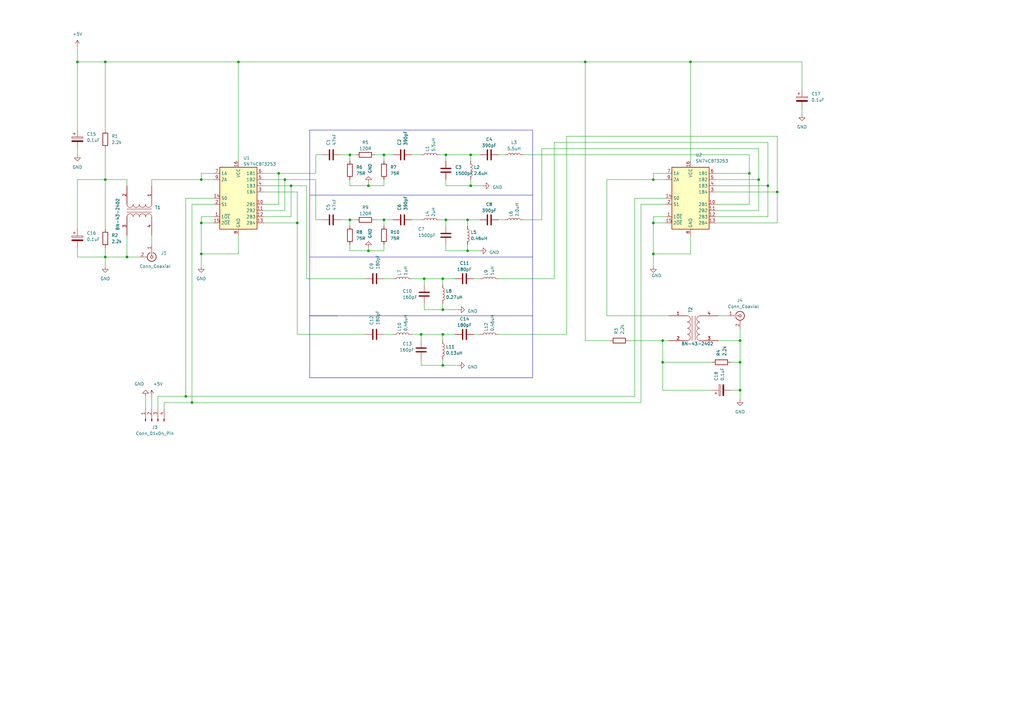
<source format=kicad_sch>
(kicad_sch (version 20230121) (generator eeschema)
  (paper "A3")
  (lib_symbols
    (symbol "Analog_Switch:SN74CBT3253"
      (property "Reference" "U" (at -7.62 13.97 0))
      (property "Value" "SN74CBT3253" (at -11.43 -13.97 0))
      (symbol "SN74CBT3253_0_1"
        (rectangle (start -7.62 12.7) (end 7.62 -12.7) (stroke (width 0.254)) (fill (type background)))
        (rectangle (start 7.62 -12.7) (end 7.62 -12.7))
      )
      (symbol "SN74CBT3253_1_1"
        (pin input line (at -10.16 -7.62 0) (length 2.54) (name "1~{OE}") (number "1"))
        (pin bidirectional line (at 10.16 -2.54 180) (length 2.54) (name "2B1") (number "10"))
        (pin bidirectional line (at 10.16 -5.08 180) (length 2.54) (name "2B2") (number "11"))
        (pin bidirectional line (at 10.16 -7.62 180) (length 2.54) (name "2B3") (number "12"))
        (pin bidirectional line (at 10.16 -10.16 180) (length 2.54) (name "2B4") (number "13"))
        (pin input line (at -10.16 0 0) (length 2.54) (name "S0") (number "14"))
        (pin input line (at -10.16 -10.16 0) (length 2.54) (name "2~{OE}") (number "15"))
        (pin power_in line (at 0 15.24 270) (length 2.54) (name "VCC") (number "16"))
        (pin input line (at -10.16 -2.54 0) (length 2.54) (name "S1") (number "2"))
        (pin bidirectional line (at 10.16 2.54 180) (length 2.54) (name "1B4") (number "3"))
        (pin bidirectional line (at 10.16 5.08 180) (length 2.54) (name "1B3") (number "4"))
        (pin bidirectional line (at 10.16 7.62 180) (length 2.54) (name "1B2") (number "5"))
        (pin bidirectional line (at 10.16 10.16 180) (length 2.54) (name "1B1") (number "6"))
        (pin bidirectional line (at -10.16 10.16 0) (length 2.54) (name "1A") (number "7"))
        (pin power_in line (at 0 -15.24 90) (length 2.54) (name "GND") (number "8"))
        (pin bidirectional line (at -10.16 7.62 0) (length 2.54) (name "2A") (number "9"))
      )
    )
    (symbol "Connector:Conn_01x04_Pin" (pin_names (offset 1.016) hide)
      (property "Reference" "J" (at 0 5.08 0))
      (property "Value" "Conn_01x04_Pin" (at 0 -7.62 0))
      (symbol "Conn_01x04_Pin_1_1"
        (polyline (pts (xy 1.27 -5.08) (xy 0.8636 -5.08)) (stroke (width 0.1524)))
        (polyline (pts (xy 1.27 -2.54) (xy 0.8636 -2.54)) (stroke (width 0.1524)))
        (polyline (pts (xy 1.27 0) (xy 0.8636 0)) (stroke (width 0.1524)))
        (polyline (pts (xy 1.27 2.54) (xy 0.8636 2.54)) (stroke (width 0.1524)))
        (rectangle (start 0.8636 -4.953) (end 0 -5.207) (stroke (width 0.1524)) (fill (type outline)))
        (rectangle (start 0.8636 -2.413) (end 0 -2.667) (stroke (width 0.1524)) (fill (type outline)))
        (rectangle (start 0.8636 0.127) (end 0 -0.127) (stroke (width 0.1524)) (fill (type outline)))
        (rectangle (start 0.8636 2.667) (end 0 2.413) (stroke (width 0.1524)) (fill (type outline)))
        (pin passive line (at 5.08 2.54 180) (length 3.81) (name "Pin_1") (number "1"))
        (pin passive line (at 5.08 0 180) (length 3.81) (name "Pin_2") (number "2"))
        (pin passive line (at 5.08 -2.54 180) (length 3.81) (name "Pin_3") (number "3"))
        (pin passive line (at 5.08 -5.08 180) (length 3.81) (name "Pin_4") (number "4"))
      )
    )
    (symbol "Connector:Conn_Coaxial" (pin_names (offset 1.016) hide)
      (property "Reference" "J" (at 0.254 3.048 0))
      (property "Value" "Conn_Coaxial" (at 2.921 0 90))
      (symbol "Conn_Coaxial_0_1"
        (arc (start -1.778 -0.508) (mid 0.2311 -1.8066) (end 1.778 0) (stroke (width 0.254)))
        (polyline (pts (xy -2.54 0) (xy -0.508 0)))
        (polyline (pts (xy 0 -2.54) (xy 0 -1.778)))
        (circle (center 0 0) (radius 0.508) (stroke (width 0.2032)))
        (arc (start 1.778 0) (mid 0.2099 1.8101) (end -1.778 0.508) (stroke (width 0.254)))
      )
      (symbol "Conn_Coaxial_1_1"
        (pin passive line (at -5.08 0 0) (length 2.54) (name "In") (number "1"))
        (pin passive line (at 0 -5.08 90) (length 2.54) (name "Ext") (number "2"))
      )
    )
    (symbol "Device:C" (pin_numbers hide) (pin_names (offset 0.254))
      (property "Reference" "C" (at 0.635 2.54 0))
      (property "Value" "C" (at 0.635 -2.54 0))
      (symbol "C_0_1"
        (polyline (pts (xy -2.032 -0.762) (xy 2.032 -0.762)) (stroke (width 0.508)))
        (polyline (pts (xy -2.032 0.762) (xy 2.032 0.762)) (stroke (width 0.508)))
      )
      (symbol "C_1_1"
        (pin passive line (at 0 3.81 270) (length 2.794) (name "~") (number "1"))
        (pin passive line (at 0 -3.81 90) (length 2.794) (name "~") (number "2"))
      )
    )
    (symbol "Device:C_Polarized" (pin_numbers hide) (pin_names (offset 0.254))
      (property "Reference" "C" (at 0.635 2.54 0))
      (property "Value" "C_Polarized" (at 0.635 -2.54 0))
      (symbol "C_Polarized_0_1"
        (rectangle (start -2.286 0.508) (end 2.286 1.016))
        (polyline (pts (xy -1.778 2.286) (xy -0.762 2.286)))
        (polyline (pts (xy -1.27 2.794) (xy -1.27 1.778)))
        (rectangle (start 2.286 -0.508) (end -2.286 -1.016) (fill (type outline)))
      )
      (symbol "C_Polarized_1_1"
        (pin passive line (at 0 3.81 270) (length 2.794) (name "~") (number "1"))
        (pin passive line (at 0 -3.81 90) (length 2.794) (name "~") (number "2"))
      )
    )
    (symbol "Device:L" (pin_numbers hide) (pin_names (offset 1.016) hide)
      (property "Reference" "L" (at -1.27 0 90))
      (property "Value" "L" (at 1.905 0 90))
      (symbol "L_0_1"
        (arc (start 0 -2.54) (mid 0.6323 -1.905) (end 0 -1.27))
        (arc (start 0 -1.27) (mid 0.6323 -0.635) (end 0 0))
        (arc (start 0 0) (mid 0.6323 0.635) (end 0 1.27))
        (arc (start 0 1.27) (mid 0.6323 1.905) (end 0 2.54))
      )
      (symbol "L_1_1"
        (pin passive line (at 0 3.81 270) (length 1.27) (name "1") (number "1"))
        (pin passive line (at 0 -3.81 90) (length 1.27) (name "2") (number "2"))
      )
    )
    (symbol "Device:R" (pin_numbers hide) (pin_names (offset 0))
      (property "Reference" "R" (at 2.032 0 90))
      (property "Value" "R" (at 0 0 90))
      (symbol "R_0_1"
        (rectangle (start -1.016 -2.54) (end 1.016 2.54) (stroke (width 0.254)))
      )
      (symbol "R_1_1"
        (pin passive line (at 0 3.81 270) (length 1.27) (name "~") (number "1"))
        (pin passive line (at 0 -3.81 90) (length 1.27) (name "~") (number "2"))
      )
    )
    (symbol "Device:Transformer_1P_1S" (pin_names (offset 1.016) hide)
      (property "Reference" "T" (at 0 6.35 0))
      (property "Value" "Transformer_1P_1S" (at 0 -7.62 0))
      (symbol "Transformer_1P_1S_0_1"
        (arc (start -2.54 -5.0546) (mid -1.6599 -4.6901) (end -1.27 -3.81))
        (arc (start -2.54 -2.5146) (mid -1.6599 -2.1501) (end -1.27 -1.27))
        (arc (start -2.54 0.0254) (mid -1.6599 0.3899) (end -1.27 1.27))
        (arc (start -2.54 2.5654) (mid -1.6599 2.9299) (end -1.27 3.81))
        (arc (start -1.27 -3.81) (mid -1.642 -2.912) (end -2.54 -2.54))
        (arc (start -1.27 -1.27) (mid -1.642 -0.372) (end -2.54 0))
        (arc (start -1.27 1.27) (mid -1.642 2.168) (end -2.54 2.54))
        (arc (start -1.27 3.81) (mid -1.642 4.708) (end -2.54 5.08))
        (polyline (pts (xy -0.635 5.08) (xy -0.635 -5.08)))
        (polyline (pts (xy 0.635 -5.08) (xy 0.635 5.08)))
        (arc (start 1.2954 -1.27) (mid 1.6599 -2.1501) (end 2.54 -2.5146))
        (arc (start 1.2954 1.27) (mid 1.6599 0.3899) (end 2.54 0.0254))
        (arc (start 1.2954 3.81) (mid 1.6599 2.9299) (end 2.54 2.5654))
        (arc (start 1.3208 -3.81) (mid 1.6853 -4.6901) (end 2.5654 -5.0546))
        (arc (start 2.54 0) (mid 1.642 -0.372) (end 1.2954 -1.27))
        (arc (start 2.54 2.54) (mid 1.642 2.168) (end 1.2954 1.27))
        (arc (start 2.54 5.08) (mid 1.642 4.708) (end 1.2954 3.81))
        (arc (start 2.5654 -2.54) (mid 1.6674 -2.912) (end 1.3208 -3.81))
      )
      (symbol "Transformer_1P_1S_1_1"
        (pin passive line (at -10.16 5.08 0) (length 7.62) (name "AA") (number "1"))
        (pin passive line (at -10.16 -5.08 0) (length 7.62) (name "AB") (number "2"))
        (pin passive line (at 10.16 -5.08 180) (length 7.62) (name "SA") (number "3"))
        (pin passive line (at 10.16 5.08 180) (length 7.62) (name "SB") (number "4"))
      )
    )
    (symbol "power:+5V" (power) (pin_names (offset 0))
      (property "Value" "+5V" (at 0 3.556 0))
      (symbol "+5V_0_1"
        (polyline (pts (xy -0.762 1.27) (xy 0 2.54)))
        (polyline (pts (xy 0 0) (xy 0 2.54)))
        (polyline (pts (xy 0 2.54) (xy 0.762 1.27)))
      )
      (symbol "+5V_1_1"
        (pin power_in line (at 0 0 90) (length 0) hide (name "+5V") (number "1"))
      )
    )
    (symbol "power:GND" (power) (pin_names (offset 0))
      (property "Value" "GND" (at 0 -3.81 0))
      (symbol "GND_0_1"
        (polyline (pts (xy 0 0) (xy 0 -1.27) (xy 1.27 -1.27) (xy 0 -2.54) (xy -1.27 -1.27) (xy 0 -1.27)))
      )
      (symbol "GND_1_1"
        (pin power_in line (at 0 0 270) (length 0) hide (name "GND") (number "1"))
      )
    )
  )
  (junction (at 121.92 91.44))
  (junction (at 181.61 149.86))
  (junction (at 172.72 137.16))
  (junction (at 78.74 165.1))
  (junction (at 283.21 25.4))
  (junction (at 240.03 25.4))
  (junction (at 43.18 105.41))
  (junction (at 307.34 71.12))
  (junction (at 114.3 71.12))
  (junction (at 267.97 104.14))
  (junction (at 43.18 73.66))
  (junction (at 311.15 73.66))
  (junction (at 143.51 63.5))
  (junction (at 267.97 91.44))
  (junction (at 181.61 127))
  (junction (at 191.77 90.17))
  (junction (at 193.04 76.2))
  (junction (at 119.38 76.2))
  (junction (at 181.61 114.3))
  (junction (at 182.88 90.17))
  (junction (at 97.79 25.4))
  (junction (at 193.04 63.5))
  (junction (at 157.48 63.5))
  (junction (at 76.2 162.56))
  (junction (at 43.18 25.4))
  (junction (at 303.53 160.02))
  (junction (at 318.77 78.74))
  (junction (at 116.84 73.66))
  (junction (at 267.97 73.66))
  (junction (at 151.13 102.87))
  (junction (at 157.48 90.17))
  (junction (at 82.55 104.14))
  (junction (at 303.53 139.7))
  (junction (at 314.96 76.2))
  (junction (at 182.88 63.5))
  (junction (at 303.53 148.59))
  (junction (at 82.55 73.66))
  (junction (at 52.07 105.41))
  (junction (at 143.51 90.17))
  (junction (at 31.75 25.4))
  (junction (at 173.99 114.3))
  (junction (at 82.55 91.44))
  (junction (at 271.78 148.59))
  (junction (at 191.77 102.87))
  (junction (at 271.78 139.7))
  (junction (at 151.13 76.2))
  (junction (at 181.61 137.16))
  (wire (pts (xy 121.92 78.74) (xy 107.95 78.74)))
  (wire (pts (xy 67.31 165.1) (xy 78.74 165.1)))
  (wire (pts (xy 303.53 139.7) (xy 303.53 134.62)))
  (wire (pts (xy 82.55 104.14) (xy 82.55 109.22)))
  (wire (pts (xy 182.88 63.5) (xy 193.04 63.5)))
  (wire (pts (xy 125.73 114.3) (xy 125.73 76.2)))
  (wire (pts (xy 82.55 71.12) (xy 82.55 73.66)))
  (wire (pts (xy 129.54 71.12) (xy 129.54 63.5)))
  (wire (pts (xy 139.7 90.17) (xy 143.51 90.17)))
  (wire (pts (xy 273.05 71.12) (xy 267.97 71.12)))
  (wire (pts (xy 267.97 104.14) (xy 267.97 109.22)))
  (wire (pts (xy 116.84 73.66) (xy 107.95 73.66)))
  (wire (pts (xy 257.81 139.7) (xy 271.78 139.7)))
  (polyline (pts (xy 127 80.01) (xy 218.44 80.01)))
  (wire (pts (xy 168.91 63.5) (xy 172.72 63.5)))
  (wire (pts (xy 193.04 76.2) (xy 198.12 76.2)))
  (wire (pts (xy 143.51 73.66) (xy 143.51 76.2)))
  (wire (pts (xy 207.01 90.17) (xy 204.47 90.17)))
  (wire (pts (xy 157.48 90.17) (xy 157.48 92.71)))
  (wire (pts (xy 172.72 137.16) (xy 168.91 137.16)))
  (wire (pts (xy 43.18 101.6) (xy 43.18 105.41)))
  (wire (pts (xy 267.97 91.44) (xy 273.05 91.44)))
  (wire (pts (xy 172.72 149.86) (xy 172.72 147.32)))
  (wire (pts (xy 64.77 162.56) (xy 76.2 162.56)))
  (wire (pts (xy 151.13 102.87) (xy 157.48 102.87)))
  (wire (pts (xy 43.18 60.96) (xy 43.18 73.66)))
  (wire (pts (xy 173.99 127) (xy 173.99 124.46)))
  (wire (pts (xy 172.72 139.7) (xy 172.72 137.16)))
  (wire (pts (xy 328.93 44.45) (xy 328.93 46.99)))
  (wire (pts (xy 157.48 90.17) (xy 161.29 90.17)))
  (wire (pts (xy 119.38 88.9) (xy 119.38 76.2)))
  (wire (pts (xy 227.33 58.42) (xy 227.33 114.3)))
  (wire (pts (xy 214.63 90.17) (xy 222.25 90.17)))
  (wire (pts (xy 271.78 139.7) (xy 271.78 148.59)))
  (wire (pts (xy 207.01 63.5) (xy 204.47 63.5)))
  (wire (pts (xy 267.97 71.12) (xy 267.97 73.66)))
  (wire (pts (xy 260.35 81.28) (xy 260.35 162.56)))
  (wire (pts (xy 76.2 81.28) (xy 87.63 81.28)))
  (wire (pts (xy 119.38 76.2) (xy 107.95 76.2)))
  (wire (pts (xy 168.91 90.17) (xy 172.72 90.17)))
  (wire (pts (xy 157.48 114.3) (xy 161.29 114.3)))
  (wire (pts (xy 182.88 63.5) (xy 180.34 63.5)))
  (wire (pts (xy 31.75 19.05) (xy 31.75 25.4)))
  (wire (pts (xy 181.61 149.86) (xy 172.72 149.86)))
  (wire (pts (xy 62.23 96.52) (xy 62.23 100.33)))
  (wire (pts (xy 64.77 167.64) (xy 64.77 162.56)))
  (wire (pts (xy 151.13 74.93) (xy 151.13 76.2)))
  (wire (pts (xy 248.92 129.54) (xy 248.92 73.66)))
  (wire (pts (xy 82.55 91.44) (xy 87.63 91.44)))
  (wire (pts (xy 232.41 55.88) (xy 232.41 137.16)))
  (wire (pts (xy 173.99 116.84) (xy 173.99 114.3)))
  (wire (pts (xy 311.15 86.36) (xy 293.37 86.36)))
  (wire (pts (xy 143.51 63.5) (xy 146.05 63.5)))
  (wire (pts (xy 52.07 73.66) (xy 43.18 73.66)))
  (wire (pts (xy 143.51 76.2) (xy 151.13 76.2)))
  (wire (pts (xy 299.72 148.59) (xy 303.53 148.59)))
  (wire (pts (xy 182.88 92.71) (xy 182.88 90.17)))
  (polyline (pts (xy 127 129.54) (xy 137.16 129.54)))
  (wire (pts (xy 182.88 66.04) (xy 182.88 63.5)))
  (wire (pts (xy 62.23 162.56) (xy 62.23 167.64)))
  (wire (pts (xy 260.35 162.56) (xy 76.2 162.56)))
  (wire (pts (xy 114.3 83.82) (xy 114.3 71.12)))
  (wire (pts (xy 82.55 88.9) (xy 82.55 91.44)))
  (wire (pts (xy 303.53 160.02) (xy 303.53 163.83)))
  (wire (pts (xy 82.55 91.44) (xy 82.55 104.14)))
  (wire (pts (xy 283.21 96.52) (xy 283.21 104.14)))
  (wire (pts (xy 181.61 127) (xy 187.96 127)))
  (polyline (pts (xy 137.16 129.54) (xy 138.43 129.54)))
  (wire (pts (xy 121.92 137.16) (xy 149.86 137.16)))
  (wire (pts (xy 59.69 162.56) (xy 59.69 167.64)))
  (wire (pts (xy 204.47 114.3) (xy 227.33 114.3)))
  (wire (pts (xy 143.51 63.5) (xy 143.51 66.04)))
  (wire (pts (xy 307.34 83.82) (xy 293.37 83.82)))
  (wire (pts (xy 283.21 104.14) (xy 267.97 104.14)))
  (wire (pts (xy 181.61 137.16) (xy 186.69 137.16)))
  (wire (pts (xy 222.25 60.96) (xy 222.25 90.17)))
  (wire (pts (xy 173.99 114.3) (xy 168.91 114.3)))
  (wire (pts (xy 318.77 78.74) (xy 318.77 91.44)))
  (wire (pts (xy 191.77 102.87) (xy 196.85 102.87)))
  (wire (pts (xy 267.97 91.44) (xy 267.97 104.14)))
  (wire (pts (xy 181.61 116.84) (xy 181.61 114.3)))
  (wire (pts (xy 274.32 139.7) (xy 271.78 139.7)))
  (wire (pts (xy 52.07 105.41) (xy 57.15 105.41)))
  (wire (pts (xy 78.74 165.1) (xy 262.89 165.1)))
  (wire (pts (xy 31.75 73.66) (xy 43.18 73.66)))
  (wire (pts (xy 227.33 58.42) (xy 314.96 58.42)))
  (wire (pts (xy 250.19 139.7) (xy 240.03 139.7)))
  (wire (pts (xy 87.63 88.9) (xy 82.55 88.9)))
  (wire (pts (xy 196.85 114.3) (xy 194.31 114.3)))
  (wire (pts (xy 318.77 91.44) (xy 293.37 91.44)))
  (wire (pts (xy 222.25 60.96) (xy 311.15 60.96)))
  (wire (pts (xy 125.73 76.2) (xy 119.38 76.2)))
  (wire (pts (xy 193.04 73.66) (xy 193.04 76.2)))
  (wire (pts (xy 129.54 71.12) (xy 114.3 71.12)))
  (wire (pts (xy 294.64 129.54) (xy 298.45 129.54)))
  (wire (pts (xy 307.34 71.12) (xy 307.34 63.5)))
  (wire (pts (xy 293.37 78.74) (xy 318.77 78.74)))
  (wire (pts (xy 172.72 137.16) (xy 181.61 137.16)))
  (wire (pts (xy 52.07 105.41) (xy 52.07 96.52)))
  (wire (pts (xy 151.13 76.2) (xy 157.48 76.2)))
  (wire (pts (xy 157.48 63.5) (xy 157.48 66.04)))
  (wire (pts (xy 318.77 78.74) (xy 318.77 55.88)))
  (wire (pts (xy 143.51 90.17) (xy 143.51 92.71)))
  (wire (pts (xy 182.88 76.2) (xy 182.88 73.66)))
  (wire (pts (xy 129.54 73.66) (xy 116.84 73.66)))
  (wire (pts (xy 181.61 147.32) (xy 181.61 149.86)))
  (wire (pts (xy 31.75 93.98) (xy 31.75 73.66)))
  (wire (pts (xy 311.15 73.66) (xy 311.15 60.96)))
  (wire (pts (xy 191.77 100.33) (xy 191.77 102.87)))
  (wire (pts (xy 31.75 25.4) (xy 43.18 25.4)))
  (polyline (pts (xy 127 129.54) (xy 218.44 129.54)))
  (wire (pts (xy 97.79 25.4) (xy 97.79 66.04)))
  (wire (pts (xy 283.21 25.4) (xy 328.93 25.4)))
  (wire (pts (xy 262.89 83.82) (xy 273.05 83.82)))
  (wire (pts (xy 43.18 105.41) (xy 31.75 105.41)))
  (wire (pts (xy 303.53 148.59) (xy 303.53 139.7)))
  (wire (pts (xy 43.18 105.41) (xy 52.07 105.41)))
  (wire (pts (xy 52.07 76.2) (xy 52.07 73.66)))
  (wire (pts (xy 273.05 81.28) (xy 260.35 81.28)))
  (wire (pts (xy 262.89 165.1) (xy 262.89 83.82)))
  (wire (pts (xy 181.61 149.86) (xy 187.96 149.86)))
  (wire (pts (xy 314.96 76.2) (xy 314.96 88.9)))
  (wire (pts (xy 43.18 73.66) (xy 43.18 93.98)))
  (wire (pts (xy 283.21 25.4) (xy 283.21 66.04)))
  (wire (pts (xy 153.67 63.5) (xy 157.48 63.5)))
  (wire (pts (xy 271.78 148.59) (xy 292.1 148.59)))
  (wire (pts (xy 293.37 76.2) (xy 314.96 76.2)))
  (wire (pts (xy 181.61 127) (xy 173.99 127)))
  (wire (pts (xy 107.95 71.12) (xy 114.3 71.12)))
  (wire (pts (xy 143.51 102.87) (xy 151.13 102.87)))
  (wire (pts (xy 303.53 139.7) (xy 294.64 139.7)))
  (wire (pts (xy 267.97 73.66) (xy 273.05 73.66)))
  (wire (pts (xy 97.79 104.14) (xy 82.55 104.14)))
  (wire (pts (xy 129.54 90.17) (xy 132.08 90.17)))
  (wire (pts (xy 157.48 63.5) (xy 161.29 63.5)))
  (wire (pts (xy 204.47 137.16) (xy 232.41 137.16)))
  (wire (pts (xy 143.51 90.17) (xy 146.05 90.17)))
  (wire (pts (xy 31.75 60.96) (xy 31.75 63.5)))
  (wire (pts (xy 314.96 76.2) (xy 314.96 58.42)))
  (wire (pts (xy 232.41 55.88) (xy 318.77 55.88)))
  (polyline (pts (xy 127 105.41) (xy 218.44 105.41)))
  (wire (pts (xy 125.73 114.3) (xy 149.86 114.3)))
  (wire (pts (xy 107.95 88.9) (xy 119.38 88.9)))
  (wire (pts (xy 271.78 160.02) (xy 271.78 148.59)))
  (wire (pts (xy 107.95 86.36) (xy 116.84 86.36)))
  (wire (pts (xy 311.15 73.66) (xy 311.15 86.36)))
  (wire (pts (xy 157.48 102.87) (xy 157.48 100.33)))
  (wire (pts (xy 307.34 71.12) (xy 307.34 83.82)))
  (wire (pts (xy 157.48 76.2) (xy 157.48 73.66)))
  (wire (pts (xy 293.37 73.66) (xy 311.15 73.66)))
  (wire (pts (xy 82.55 73.66) (xy 87.63 73.66)))
  (wire (pts (xy 107.95 83.82) (xy 114.3 83.82)))
  (wire (pts (xy 267.97 88.9) (xy 267.97 91.44)))
  (wire (pts (xy 62.23 76.2) (xy 62.23 73.66)))
  (wire (pts (xy 182.88 90.17) (xy 191.77 90.17)))
  (wire (pts (xy 181.61 124.46) (xy 181.61 127)))
  (wire (pts (xy 143.51 100.33) (xy 143.51 102.87)))
  (wire (pts (xy 180.34 90.17) (xy 182.88 90.17)))
  (wire (pts (xy 248.92 73.66) (xy 267.97 73.66)))
  (wire (pts (xy 182.88 102.87) (xy 182.88 100.33)))
  (wire (pts (xy 181.61 139.7) (xy 181.61 137.16)))
  (wire (pts (xy 62.23 73.66) (xy 82.55 73.66)))
  (wire (pts (xy 153.67 90.17) (xy 157.48 90.17)))
  (wire (pts (xy 87.63 83.82) (xy 78.74 83.82)))
  (wire (pts (xy 196.85 137.16) (xy 194.31 137.16)))
  (wire (pts (xy 193.04 76.2) (xy 182.88 76.2)))
  (wire (pts (xy 273.05 88.9) (xy 267.97 88.9)))
  (wire (pts (xy 328.93 36.83) (xy 328.93 25.4)))
  (wire (pts (xy 240.03 25.4) (xy 283.21 25.4)))
  (wire (pts (xy 67.31 167.64) (xy 67.31 165.1)))
  (wire (pts (xy 248.92 129.54) (xy 274.32 129.54)))
  (wire (pts (xy 129.54 90.17) (xy 129.54 73.66)))
  (wire (pts (xy 31.75 25.4) (xy 31.75 53.34)))
  (wire (pts (xy 303.53 148.59) (xy 303.53 160.02)))
  (wire (pts (xy 121.92 91.44) (xy 121.92 137.16)))
  (wire (pts (xy 116.84 86.36) (xy 116.84 73.66)))
  (wire (pts (xy 43.18 105.41) (xy 43.18 109.22)))
  (wire (pts (xy 43.18 25.4) (xy 43.18 53.34)))
  (wire (pts (xy 87.63 71.12) (xy 82.55 71.12)))
  (wire (pts (xy 299.72 160.02) (xy 303.53 160.02)))
  (wire (pts (xy 97.79 96.52) (xy 97.79 104.14)))
  (wire (pts (xy 129.54 63.5) (xy 132.08 63.5)))
  (wire (pts (xy 151.13 101.6) (xy 151.13 102.87)))
  (wire (pts (xy 157.48 137.16) (xy 161.29 137.16)))
  (wire (pts (xy 181.61 114.3) (xy 186.69 114.3)))
  (wire (pts (xy 97.79 25.4) (xy 240.03 25.4)))
  (wire (pts (xy 293.37 71.12) (xy 307.34 71.12)))
  (wire (pts (xy 214.63 63.5) (xy 307.34 63.5)))
  (wire (pts (xy 240.03 139.7) (xy 240.03 25.4)))
  (wire (pts (xy 139.7 63.5) (xy 143.51 63.5)))
  (wire (pts (xy 43.18 25.4) (xy 97.79 25.4)))
  (wire (pts (xy 191.77 90.17) (xy 196.85 90.17)))
  (wire (pts (xy 191.77 92.71) (xy 191.77 90.17)))
  (wire (pts (xy 78.74 83.82) (xy 78.74 165.1)))
  (wire (pts (xy 173.99 114.3) (xy 181.61 114.3)))
  (wire (pts (xy 292.1 160.02) (xy 271.78 160.02)))
  (wire (pts (xy 193.04 66.04) (xy 193.04 63.5)))
  (wire (pts (xy 314.96 88.9) (xy 293.37 88.9)))
  (wire (pts (xy 107.95 91.44) (xy 121.92 91.44)))
  (wire (pts (xy 193.04 63.5) (xy 196.85 63.5)))
  (wire (pts (xy 191.77 102.87) (xy 182.88 102.87)))
  (wire (pts (xy 121.92 91.44) (xy 121.92 78.74)))
  (wire (pts (xy 76.2 162.56) (xy 76.2 81.28)))
  (wire (pts (xy 31.75 105.41) (xy 31.75 101.6)))
  (rectangle (start 127 53.34) (end 218.44 154.94))
  (symbol (lib_id "power:GND") (at 328.93 46.99 0) (unit 1)
    (property "Reference" "#PWR02" (effects hide))
    (property "Value" "GND" (at 328.93 52.07 0))
  )
  (symbol (lib_id "Device:L") (at 193.04 69.85 0) (unit 1)
    (property "Reference" "L2" (at 194.31 68.5799 0) (effects (justify left)))
    (property "Value" "2.6uH" (at 194.31 71.1199 0) (effects (justify left)))
    (property "Footprint" "Inductor_THT:L_Toroid_Horizontal_D7.8mm_P13.00mm_Diameter9-5mm_Amidon-T30" (effects hide))
  )
  (symbol (lib_id "Device:C_Polarized") (at 295.91 160.02 90) (unit 1)
    (property "Reference" "C18" (at 293.7509 156.21 0) (effects (justify left)))
    (property "Value" "0.1uF" (at 296.2909 156.21 0) (effects (justify left)))
    (property "Footprint" "Capacitor_SMD:C_1206_3216Metric" (effects hide))
  )
  (symbol (lib_id "power:GND") (at 151.13 101.6 180) (unit 1)
    (property "Reference" "#PWR01" (effects hide))
    (property "Value" "GND" (at 151.765 97.79 90) (effects (justify right)))
  )
  (symbol (lib_id "Device:C") (at 172.72 143.51 0) (unit 1)
    (property "Reference" "C13" (at 165.1 140.97 0) (effects (justify left)))
    (property "Value" "160pF" (at 163.83 143.51 0) (effects (justify left)))
    (property "Footprint" "Capacitor_THT:C_Disc_D5.1mm_W3.2mm_P5.00mm" (effects hide))
  )
  (symbol (lib_id "Device:L") (at 165.1 137.16 90) (unit 1)
    (property "Reference" "L10" (at 163.8299 135.89 0) (effects (justify left)))
    (property "Value" "0.46uH" (at 166.3699 135.89 0) (effects (justify left)))
    (property "Footprint" "Inductor_THT:L_Toroid_Horizontal_D6.5mm_P10.00mm_Diameter7-5mm_Amidon-T25" (effects hide))
  )
  (symbol (lib_id "Device:C") (at 173.99 120.65 0) (unit 1)
    (property "Reference" "C10" (at 165.1 119.38 0) (effects (justify left)))
    (property "Value" "160pF" (at 165.1 121.92 0) (effects (justify left)))
    (property "Footprint" "Capacitor_THT:C_Disc_D5.1mm_W3.2mm_P5.00mm" (effects hide))
  )
  (symbol (lib_id "Device:C") (at 135.89 63.5 90) (unit 1)
    (property "Reference" "C1" (at 134.6199 59.69 0) (effects (justify left)))
    (property "Value" "47nF" (at 137.1599 59.69 0) (effects (justify left)))
    (property "Footprint" "Capacitor_THT:C_Disc_D5.1mm_W3.2mm_P5.00mm" (effects hide))
  )
  (symbol (lib_id "Connector:Conn_Coaxial") (at 62.23 105.41 270) (unit 1)
    (property "Reference" "J1" (at 66.04 103.8224 90) (effects (justify left)))
    (property "Value" "Conn_Coaxial" (at 57.15 109.22 90) (effects (justify left)))
    (property "Footprint" "Connector_Coaxial:SMA_Amphenol_901-143_Horizontal" (effects hide))
    (property "Datasheet" " ~" (effects hide))
  )
  (symbol (lib_id "Connector:Conn_Coaxial") (at 303.53 129.54 0) (unit 1)
    (property "Reference" "J4" (at 302.26 123.19 0) (effects (justify left)))
    (property "Value" "Conn_Coaxial" (at 298.45 125.73 0) (effects (justify left)))
    (property "Footprint" "Connector_Coaxial:SMA_Amphenol_901-143_Horizontal" (effects hide))
    (property "Datasheet" " ~" (effects hide))
  )
  (symbol (lib_id "Device:R") (at 43.18 57.15 0) (unit 1)
    (property "Reference" "R1" (at 45.72 55.8799 0) (effects (justify left)))
    (property "Value" "2.2k" (at 45.72 58.4199 0) (effects (justify left)))
    (property "Footprint" "Resistor_SMD:R_1206_3216Metric" (effects hide))
  )
  (symbol (lib_id "Device:R") (at 149.86 63.5 90) (unit 1)
    (property "Reference" "R5" (at 149.86 58.42 90))
    (property "Value" "120R" (at 149.86 60.96 90))
    (property "Footprint" "Resistor_SMD:R_1206_3216Metric" (effects hide))
  )
  (symbol (lib_id "Device:C") (at 182.88 69.85 0) (unit 1)
    (property "Reference" "C3" (at 186.69 68.5799 0) (effects (justify left)))
    (property "Value" "1500pF" (at 186.69 71.1199 0) (effects (justify left)))
    (property "Footprint" "Capacitor_THT:C_Disc_D5.1mm_W3.2mm_P5.00mm" (effects hide))
  )
  (symbol (lib_id "Analog_Switch:SN74CBT3253") (at 97.79 81.28 0) (unit 1)
    (property "Reference" "U1" (at 99.7459 64.77 0) (effects (justify left)))
    (property "Value" "SN74CBT3253" (at 99.7459 67.31 0) (effects (justify left)))
    (property "Footprint" "Package_SO:TSSOP-16_4.4x5mm_P0.65mm" (effects hide))
    (property "Datasheet" "http://www.ti.com/lit/gpn/sn74cbt3253" (effects hide))
  )
  (symbol (lib_id "Device:C") (at 153.67 137.16 90) (unit 1)
    (property "Reference" "C12" (at 152.3999 133.35 0) (effects (justify left)))
    (property "Value" "180pF" (at 154.9399 133.35 0) (effects (justify left)))
    (property "Footprint" "Capacitor_THT:C_Disc_D5.1mm_W3.2mm_P5.00mm" (effects hide))
  )
  (symbol (lib_id "Device:C") (at 190.5 137.16 90) (unit 1)
    (property "Reference" "C14" (at 190.5 130.81 90))
    (property "Value" "180pF" (at 190.5 133.35 90))
    (property "Footprint" "Capacitor_THT:C_Disc_D5.1mm_W3.2mm_P5.00mm" (effects hide))
  )
  (symbol (lib_id "power:GND") (at 82.55 109.22 0) (unit 1)
    (property "Reference" "#PWR0104" (effects hide))
    (property "Value" "GND" (at 82.55 114.3 0))
  )
  (symbol (lib_id "Device:L") (at 191.77 96.52 0) (unit 1)
    (property "Reference" "L5" (at 193.04 95.2499 0) (effects (justify left)))
    (property "Value" "0.46uH" (at 193.04 97.7899 0) (effects (justify left)))
    (property "Footprint" "Inductor_THT:L_Toroid_Horizontal_D7.8mm_P13.00mm_Diameter9-5mm_Amidon-T30" (effects hide))
  )
  (symbol (lib_id "Device:C_Polarized") (at 31.75 97.79 0) (unit 1)
    (property "Reference" "C16" (at 35.56 95.6309 0) (effects (justify left)))
    (property "Value" "0.1uF" (at 35.56 98.1709 0) (effects (justify left)))
    (property "Footprint" "Capacitor_SMD:C_1206_3216Metric" (effects hide))
  )
  (symbol (lib_id "Device:R") (at 143.51 69.85 0) (unit 1)
    (property "Reference" "R6" (at 146.05 68.5799 0) (effects (justify left)))
    (property "Value" "75R" (at 146.05 71.1199 0) (effects (justify left)))
    (property "Footprint" "Resistor_SMD:R_1206_3216Metric" (effects hide))
  )
  (symbol (lib_id "power:GND") (at 198.12 76.2 90) (unit 1)
    (property "Reference" "#PWR03" (effects hide))
    (property "Value" "GND" (at 201.93 76.835 90) (effects (justify right)))
  )
  (symbol (lib_id "Device:C") (at 182.88 96.52 0) (unit 1)
    (property "Reference" "C7" (at 171.45 93.98 0) (effects (justify left)))
    (property "Value" "1500pF" (at 171.45 96.52 0) (effects (justify left)))
    (property "Footprint" "Capacitor_THT:C_Disc_D5.1mm_W3.2mm_P5.00mm" (effects hide))
  )
  (symbol (lib_id "Device:L") (at 176.53 90.17 90) (unit 1)
    (property "Reference" "L4" (at 175.2599 88.9 0) (effects (justify left)))
    (property "Value" "2uH" (at 177.7999 88.9 0) (effects (justify left)))
    (property "Footprint" "Inductor_THT:L_Toroid_Horizontal_D7.8mm_P13.00mm_Diameter9-5mm_Amidon-T30" (effects hide))
  )
  (symbol (lib_id "power:GND") (at 267.97 109.22 0) (unit 1)
    (property "Reference" "#PWR0101" (effects hide))
    (property "Value" "GND" (at 269.24 113.03 0))
  )
  (symbol (lib_id "power:GND") (at 196.85 102.87 90) (unit 1)
    (property "Reference" "#PWR04" (effects hide))
    (property "Value" "GND" (at 200.66 103.505 90) (effects (justify right)))
  )
  (symbol (lib_id "Device:Transformer_1P_1S") (at 57.15 86.36 270) (unit 1)
    (property "Reference" "T1" (at 63.5 85.1026 90) (effects (justify left)))
    (property "Value" "BN-43-2402" (at 48.26 81.28 0) (effects (justify left)))
    (property "Footprint" "Transformer_THT:Transformer_Toroid_Horizontal_D9.0mm_Amidon-T30" (effects hide))
  )
  (symbol (lib_id "Device:L") (at 200.66 114.3 90) (unit 1)
    (property "Reference" "L9" (at 199.3899 113.03 0) (effects (justify left)))
    (property "Value" "1uH" (at 201.9299 113.03 0) (effects (justify left)))
    (property "Footprint" "Inductor_THT:L_Toroid_Horizontal_D6.5mm_P10.00mm_Diameter7-5mm_Amidon-T25" (effects hide))
  )
  (symbol (lib_id "Device:L") (at 210.82 63.5 90) (unit 1)
    (property "Reference" "L3" (at 210.82 58.42 90))
    (property "Value" "5.5uH" (at 210.82 60.96 90))
    (property "Footprint" "Inductor_THT:L_Toroid_Horizontal_D7.8mm_P13.00mm_Diameter9-5mm_Amidon-T30" (effects hide))
  )
  (symbol (lib_id "Device:C") (at 165.1 63.5 90) (unit 1)
    (property "Reference" "C2" (at 163.8299 59.69 0) (effects (justify left)))
    (property "Value" "390pF" (at 166.3699 59.69 0) (effects (justify left)))
    (property "Footprint" "Capacitor_THT:C_Disc_D5.1mm_W3.2mm_P5.00mm" (effects hide))
  )
  (symbol (lib_id "power:+5V") (at 31.75 19.05 0) (unit 1)
    (property "Reference" "#PWR0103" (effects hide))
    (property "Value" "+5V" (at 31.75 13.97 0))
  )
  (symbol (lib_id "Device:R") (at 143.51 96.52 0) (unit 1)
    (property "Reference" "R8" (at 146.05 95.2499 0) (effects (justify left)))
    (property "Value" "75R" (at 146.05 97.7899 0) (effects (justify left)))
    (property "Footprint" "Resistor_SMD:R_1206_3216Metric" (effects hide))
  )
  (symbol (lib_id "Device:L") (at 176.53 63.5 90) (unit 1)
    (property "Reference" "L1" (at 175.2599 62.23 0) (effects (justify left)))
    (property "Value" "5.5uH" (at 177.7999 62.23 0) (effects (justify left)))
    (property "Footprint" "Inductor_THT:L_Toroid_Horizontal_D7.8mm_P13.00mm_Diameter9-5mm_Amidon-T30" (effects hide))
  )
  (symbol (lib_id "Device:L") (at 210.82 90.17 90) (unit 1)
    (property "Reference" "L6" (at 209.5499 88.9 0) (effects (justify left)))
    (property "Value" "2.0uH" (at 212.0899 88.9 0) (effects (justify left)))
    (property "Footprint" "Inductor_THT:L_Toroid_Horizontal_D7.8mm_P13.00mm_Diameter9-5mm_Amidon-T30" (effects hide))
  )
  (symbol (lib_id "Connector:Conn_01x04_Pin") (at 62.23 172.72 90) (unit 1)
    (property "Reference" "J3" (at 63.5 175.26 90))
    (property "Value" "Conn_01x04_Pin" (at 63.5 177.8 90))
    (property "Footprint" "Connector_PinSocket_2.54mm:PinSocket_1x04_P2.54mm_Vertical" (effects hide))
  )
  (symbol (lib_id "Device:C_Polarized") (at 31.75 57.15 0) (unit 1)
    (property "Reference" "C15" (at 35.56 54.9909 0) (effects (justify left)))
    (property "Value" "0.1uF" (at 35.56 57.5309 0) (effects (justify left)))
    (property "Footprint" "Capacitor_SMD:C_1206_3216Metric" (effects hide))
  )
  (symbol (lib_id "Device:C") (at 135.89 90.17 90) (unit 1)
    (property "Reference" "C5" (at 134.6199 86.36 0) (effects (justify left)))
    (property "Value" "47nF" (at 137.1599 86.36 0) (effects (justify left)))
    (property "Footprint" "Capacitor_THT:C_Disc_D5.1mm_W3.2mm_P5.00mm" (effects hide))
  )
  (symbol (lib_id "Device:C") (at 200.66 90.17 90) (unit 1)
    (property "Reference" "C8" (at 200.66 83.82 90))
    (property "Value" "390pF" (at 200.66 86.36 90))
    (property "Footprint" "Capacitor_THT:C_Disc_D5.1mm_W3.2mm_P5.00mm" (effects hide))
  )
  (symbol (lib_id "power:GND") (at 187.96 127 90) (unit 1)
    (property "Reference" "#PWR05" (effects hide))
    (property "Value" "GND" (at 191.77 127.635 90) (effects (justify right)))
  )
  (symbol (lib_id "Device:C") (at 200.66 63.5 90) (unit 1)
    (property "Reference" "C4" (at 200.66 57.15 90))
    (property "Value" "390pF" (at 200.66 59.69 90))
    (property "Footprint" "Capacitor_THT:C_Disc_D5.1mm_W3.2mm_P5.00mm" (effects hide))
  )
  (symbol (lib_id "Device:Transformer_1P_1S") (at 284.48 134.62 0) (unit 1)
    (property "Reference" "T2" (at 283.2226 128.27 90) (effects (justify left)))
    (property "Value" "BN-43-2402" (at 279.4 140.97 0) (effects (justify left)))
    (property "Footprint" "Transformer_THT:Transformer_Toroid_Horizontal_D9.0mm_Amidon-T30" (effects hide))
  )
  (symbol (lib_id "Device:L") (at 165.1 114.3 90) (unit 1)
    (property "Reference" "L7" (at 163.8299 113.03 0) (effects (justify left)))
    (property "Value" "1uH" (at 166.3699 113.03 0) (effects (justify left)))
    (property "Footprint" "Inductor_THT:L_Toroid_Horizontal_D6.5mm_P10.00mm_Diameter7-5mm_Amidon-T25" (effects hide))
  )
  (symbol (lib_id "Device:C") (at 153.67 114.3 90) (unit 1)
    (property "Reference" "C9" (at 152.3999 110.49 0) (effects (justify left)))
    (property "Value" "180pF" (at 154.9399 110.49 0) (effects (justify left)))
    (property "Footprint" "Capacitor_THT:C_Disc_D5.1mm_W3.2mm_P5.00mm" (effects hide))
  )
  (symbol (lib_id "Device:C_Polarized") (at 328.93 40.64 0) (unit 1)
    (property "Reference" "C17" (at 332.74 38.4809 0) (effects (justify left)))
    (property "Value" "0.1uF" (at 332.74 41.0209 0) (effects (justify left)))
    (property "Footprint" "Capacitor_SMD:C_1206_3216Metric" (effects hide))
  )
  (symbol (lib_id "power:GND") (at 59.69 162.56 180) (unit 1)
    (property "Reference" "#PWR08" (effects hide))
    (property "Value" "GND" (at 57.15 157.48 0))
  )
  (symbol (lib_id "Device:R") (at 295.91 148.59 90) (unit 1)
    (property "Reference" "R4" (at 294.6399 146.05 0) (effects (justify left)))
    (property "Value" "2.2k" (at 297.1799 146.05 0) (effects (justify left)))
    (property "Footprint" "Resistor_SMD:R_1206_3216Metric" (effects hide))
  )
  (symbol (lib_id "Analog_Switch:SN74CBT3253") (at 283.21 81.28 0) (unit 1)
    (property "Reference" "U2" (at 285.2294 63.5 0) (effects (justify left)))
    (property "Value" "SN74CBT3253" (at 285.2294 66.04 0) (effects (justify left)))
    (property "Footprint" "Package_SO:TSSOP-16_4.4x5mm_P0.65mm" (effects hide))
    (property "Datasheet" "http://www.ti.com/lit/gpn/sn74cbt3253" (effects hide))
  )
  (symbol (lib_id "power:GND") (at 31.75 63.5 0) (unit 1)
    (property "Reference" "#PWR0105" (effects hide))
    (property "Value" "GND" (at 31.75 68.58 0))
  )
  (symbol (lib_id "Device:L") (at 181.61 120.65 0) (unit 1)
    (property "Reference" "L8" (at 182.88 119.3799 0) (effects (justify left)))
    (property "Value" "0.27uH" (at 182.88 121.9199 0) (effects (justify left)))
    (property "Footprint" "Inductor_THT:L_Toroid_Horizontal_D6.5mm_P10.00mm_Diameter7-5mm_Amidon-T25" (effects hide))
  )
  (symbol (lib_id "Device:R") (at 149.86 90.17 90) (unit 1)
    (property "Reference" "R9" (at 149.86 85.09 90))
    (property "Value" "120R" (at 149.86 87.63 90))
    (property "Footprint" "Resistor_SMD:R_1206_3216Metric" (effects hide))
  )
  (symbol (lib_id "Device:C") (at 190.5 114.3 90) (unit 1)
    (property "Reference" "C11" (at 190.5 107.95 90))
    (property "Value" "180pF" (at 190.5 110.49 90))
    (property "Footprint" "Capacitor_THT:C_Disc_D5.1mm_W3.2mm_P5.00mm" (effects hide))
  )
  (symbol (lib_id "Device:R") (at 157.48 69.85 0) (unit 1)
    (property "Reference" "R7" (at 160.02 68.5799 0) (effects (justify left)))
    (property "Value" "75R" (at 160.02 71.1199 0) (effects (justify left)))
    (property "Footprint" "Resistor_SMD:R_1206_3216Metric" (effects hide))
  )
  (symbol (lib_id "power:GND") (at 43.18 109.22 0) (unit 1)
    (property "Reference" "#PWR0102" (effects hide))
    (property "Value" "GND" (at 43.18 114.3 0))
  )
  (symbol (lib_id "Device:R") (at 254 139.7 90) (unit 1)
    (property "Reference" "R3" (at 252.7299 137.16 0) (effects (justify left)))
    (property "Value" "2.2k" (at 255.2699 137.16 0) (effects (justify left)))
    (property "Footprint" "Resistor_SMD:R_1206_3216Metric" (effects hide))
  )
  (symbol (lib_id "Device:C") (at 165.1 90.17 90) (unit 1)
    (property "Reference" "C6" (at 163.8299 86.36 0) (effects (justify left)))
    (property "Value" "390pF" (at 166.3699 86.36 0) (effects (justify left)))
    (property "Footprint" "Capacitor_THT:C_Disc_D5.1mm_W3.2mm_P5.00mm" (effects hide))
  )
  (symbol (lib_id "power:GND") (at 303.53 163.83 0) (unit 1)
    (property "Reference" "#PWR09" (effects hide))
    (property "Value" "GND" (at 303.53 168.91 0))
  )
  (symbol (lib_id "power:GND") (at 151.13 74.93 180) (unit 1)
    (property "Reference" "#PWR010" (effects hide))
    (property "Value" "GND" (at 151.765 71.12 90) (effects (justify right)))
  )
  (symbol (lib_id "Device:L") (at 181.61 143.51 0) (unit 1)
    (property "Reference" "L11" (at 182.88 142.2399 0) (effects (justify left)))
    (property "Value" "0.13uH" (at 182.88 144.7799 0) (effects (justify left)))
    (property "Footprint" "Inductor_THT:L_Toroid_Horizontal_D6.5mm_P10.00mm_Diameter7-5mm_Amidon-T25" (effects hide))
  )
  (symbol (lib_id "power:+5V") (at 62.23 162.56 0) (unit 1)
    (property "Reference" "#PWR07" (effects hide))
    (property "Value" "+5V" (at 64.77 157.48 0))
  )
  (symbol (lib_id "Device:R") (at 43.18 97.79 0) (unit 1)
    (property "Reference" "R2" (at 45.72 96.5199 0) (effects (justify left)))
    (property "Value" "2.2k" (at 45.72 99.0599 0) (effects (justify left)))
    (property "Footprint" "Resistor_SMD:R_1206_3216Metric" (effects hide))
  )
  (symbol (lib_id "Device:R") (at 157.48 96.52 0) (unit 1)
    (property "Reference" "R10" (at 160.02 95.2499 0) (effects (justify left)))
    (property "Value" "75R" (at 160.02 97.7899 0) (effects (justify left)))
    (property "Footprint" "Resistor_SMD:R_1206_3216Metric" (effects hide))
  )
  (symbol (lib_id "power:GND") (at 187.96 149.86 90) (unit 1)
    (property "Reference" "#PWR06" (effects hide))
    (property "Value" "GND" (at 191.77 150.495 90) (effects (justify right)))
  )
  (symbol (lib_id "Device:L") (at 200.66 137.16 90) (unit 1)
    (property "Reference" "L12" (at 199.3899 135.89 0) (effects (justify left)))
    (property "Value" "0.46uH" (at 201.9299 135.89 0) (effects (justify left)))
    (property "Footprint" "Inductor_THT:L_Toroid_Horizontal_D6.5mm_P10.00mm_Diameter7-5mm_Amidon-T25" (effects hide))
  )
)
</source>
